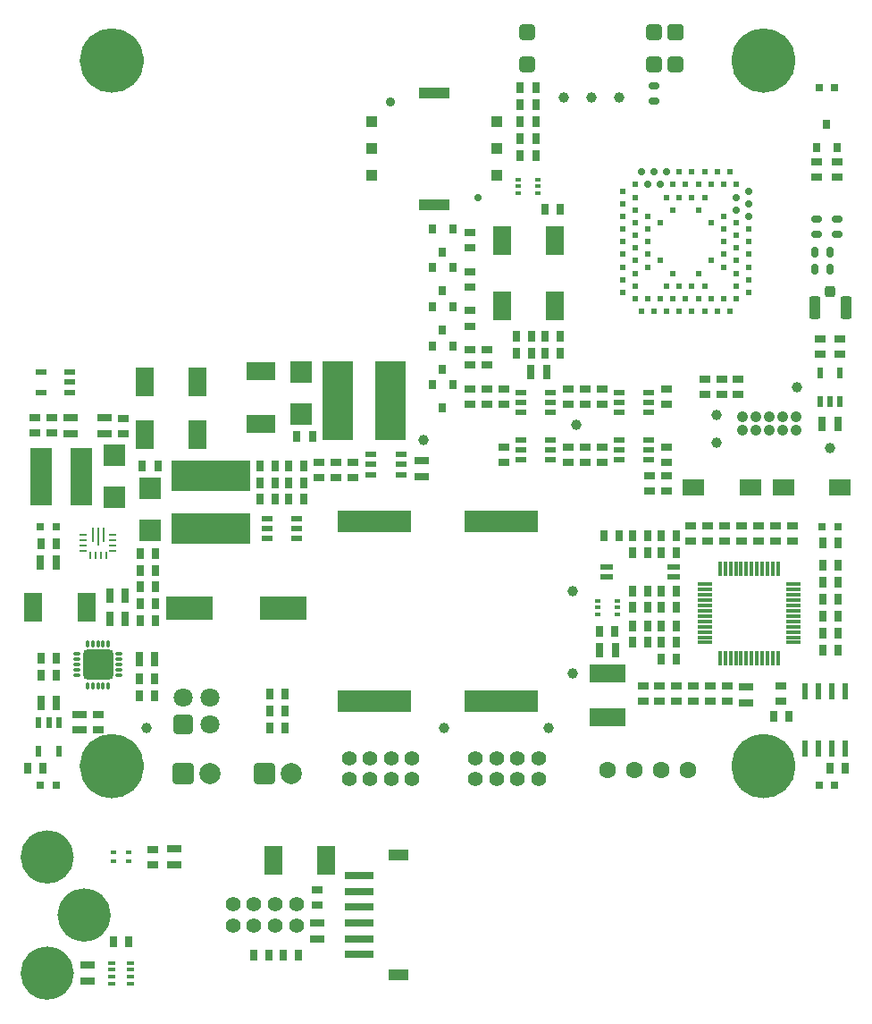
<source format=gbr>
%TF.GenerationSoftware,KiCad,Pcbnew,8.0.2*%
%TF.CreationDate,2024-05-31T14:04:31+07:00*%
%TF.ProjectId,WeatherStation,57656174-6865-4725-9374-6174696f6e2e,rev?*%
%TF.SameCoordinates,Original*%
%TF.FileFunction,Soldermask,Top*%
%TF.FilePolarity,Negative*%
%FSLAX46Y46*%
G04 Gerber Fmt 4.6, Leading zero omitted, Abs format (unit mm)*
G04 Created by KiCad (PCBNEW 8.0.2) date 2024-05-31 14:04:31*
%MOMM*%
%LPD*%
G01*
G04 APERTURE LIST*
G04 Aperture macros list*
%AMRoundRect*
0 Rectangle with rounded corners*
0 $1 Rounding radius*
0 $2 $3 $4 $5 $6 $7 $8 $9 X,Y pos of 4 corners*
0 Add a 4 corners polygon primitive as box body*
4,1,4,$2,$3,$4,$5,$6,$7,$8,$9,$2,$3,0*
0 Add four circle primitives for the rounded corners*
1,1,$1+$1,$2,$3*
1,1,$1+$1,$4,$5*
1,1,$1+$1,$6,$7*
1,1,$1+$1,$8,$9*
0 Add four rect primitives between the rounded corners*
20,1,$1+$1,$2,$3,$4,$5,0*
20,1,$1+$1,$4,$5,$6,$7,0*
20,1,$1+$1,$6,$7,$8,$9,0*
20,1,$1+$1,$8,$9,$2,$3,0*%
G04 Aperture macros list end*
%ADD10C,3.050000*%
%ADD11C,2.505000*%
%ADD12C,0.100000*%
%ADD13R,0.650000X1.000000*%
%ADD14R,0.800000X0.800000*%
%ADD15R,1.000000X0.650000*%
%ADD16R,1.400000X0.800000*%
%ADD17C,1.000000*%
%ADD18R,2.000000X1.600000*%
%ADD19R,0.600000X0.420000*%
%ADD20RoundRect,0.162500X0.337500X-0.162500X0.337500X0.162500X-0.337500X0.162500X-0.337500X-0.162500X0*%
%ADD21R,0.800000X0.900000*%
%ADD22C,0.889000*%
%ADD23C,0.711200*%
%ADD24R,1.092200X0.990600*%
%ADD25R,2.997200X0.990600*%
%ADD26RoundRect,0.062500X0.062500X-0.237500X0.062500X0.237500X-0.062500X0.237500X-0.062500X-0.237500X0*%
%ADD27RoundRect,0.062500X0.237500X0.062500X-0.237500X0.062500X-0.237500X-0.062500X0.237500X-0.062500X0*%
%ADD28RoundRect,0.062500X0.062500X-0.612500X0.062500X0.612500X-0.062500X0.612500X-0.062500X-0.612500X0*%
%ADD29RoundRect,0.062500X0.062500X-0.787500X0.062500X0.787500X-0.062500X0.787500X-0.062500X-0.787500X0*%
%ADD30R,0.500000X0.300000*%
%ADD31R,0.800000X1.400000*%
%ADD32R,2.000000X2.000000*%
%ADD33R,1.100000X0.600000*%
%ADD34R,1.800000X2.700000*%
%ADD35R,2.700000X0.700000*%
%ADD36R,1.900000X1.100000*%
%ADD37R,0.600000X1.050000*%
%ADD38C,1.600000*%
%ADD39R,0.600000X1.550000*%
%ADD40R,1.200000X0.600000*%
%ADD41RoundRect,0.381000X0.381000X0.381000X-0.381000X0.381000X-0.381000X-0.381000X0.381000X-0.381000X0*%
%ADD42RoundRect,0.250000X0.512000X0.512000X-0.512000X0.512000X-0.512000X-0.512000X0.512000X-0.512000X0*%
%ADD43R,0.300000X1.450000*%
%ADD44R,1.450000X0.300000*%
%ADD45RoundRect,0.162500X-0.337500X0.162500X-0.337500X-0.162500X0.337500X-0.162500X0.337500X0.162500X0*%
%ADD46RoundRect,0.150000X-0.150000X-0.150000X0.150000X-0.150000X0.150000X0.150000X-0.150000X0.150000X0*%
%ADD47R,0.600000X0.600000*%
%ADD48R,2.700000X1.800000*%
%ADD49R,0.700000X0.350000*%
%ADD50C,1.400000*%
%ADD51RoundRect,0.250000X0.650000X-0.650000X0.650000X0.650000X-0.650000X0.650000X-0.650000X-0.650000X0*%
%ADD52C,1.800000*%
%ADD53R,2.150000X5.500000*%
%ADD54C,1.050000*%
%ADD55RoundRect,0.162500X-0.162500X-0.337500X0.162500X-0.337500X0.162500X0.337500X-0.162500X0.337500X0*%
%ADD56RoundRect,0.150000X0.250000X-0.000010X0.250000X0.000010X-0.250000X0.000010X-0.250000X-0.000010X0*%
%ADD57RoundRect,0.150000X-0.000010X-0.250000X0.000010X-0.250000X0.000010X0.250000X-0.000010X0.250000X0*%
%ADD58RoundRect,0.280000X-1.120000X-1.120000X1.120000X-1.120000X1.120000X1.120000X-1.120000X1.120000X0*%
%ADD59R,4.400000X2.200000*%
%ADD60RoundRect,0.328084X-0.671916X-0.671916X0.671916X-0.671916X0.671916X0.671916X-0.671916X0.671916X0*%
%ADD61C,2.000000*%
%ADD62R,7.500000X3.000000*%
%ADD63R,3.000000X7.500000*%
%ADD64R,7.000000X2.000000*%
%ADD65R,1.050000X0.600000*%
%ADD66RoundRect,0.250000X0.250000X0.275000X-0.250000X0.275000X-0.250000X-0.275000X0.250000X-0.275000X0*%
%ADD67RoundRect,0.262500X0.262500X0.837500X-0.262500X0.837500X-0.262500X-0.837500X0.262500X-0.837500X0*%
%ADD68R,3.400000X1.700000*%
G04 APERTURE END LIST*
D10*
X263275000Y-33200000D02*
G75*
G02*
X260225000Y-33200000I-1525000J0D01*
G01*
X260225000Y-33200000D02*
G75*
G02*
X263275000Y-33200000I1525000J0D01*
G01*
D11*
X195127500Y-108600000D02*
G75*
G02*
X192622500Y-108600000I-1252500J0D01*
G01*
X192622500Y-108600000D02*
G75*
G02*
X195127500Y-108600000I1252500J0D01*
G01*
D12*
X197275002Y-114000000D02*
X197475002Y-114200000D01*
D11*
X198627501Y-114100000D02*
G75*
G02*
X196122501Y-114100000I-1252500J0D01*
G01*
X196122501Y-114100000D02*
G75*
G02*
X198627501Y-114100000I1252500J0D01*
G01*
D10*
X201525000Y-33200000D02*
G75*
G02*
X198475000Y-33200000I-1525000J0D01*
G01*
X198475000Y-33200000D02*
G75*
G02*
X201525000Y-33200000I1525000J0D01*
G01*
X263275000Y-100000000D02*
G75*
G02*
X260225000Y-100000000I-1525000J0D01*
G01*
X260225000Y-100000000D02*
G75*
G02*
X263275000Y-100000000I1525000J0D01*
G01*
D12*
X193775001Y-108500000D02*
X193975001Y-108700000D01*
D11*
X195127501Y-119600000D02*
G75*
G02*
X192622501Y-119600000I-1252500J0D01*
G01*
X192622501Y-119600000D02*
G75*
G02*
X195127501Y-119600000I1252500J0D01*
G01*
D12*
X193775002Y-119500000D02*
X193975002Y-119700000D01*
D10*
X201525000Y-100000000D02*
G75*
G02*
X198475000Y-100000000I-1525000J0D01*
G01*
X198475000Y-100000000D02*
G75*
G02*
X201525000Y-100000000I1525000J0D01*
G01*
D13*
%TO.C,R22*%
X267349901Y-84200000D03*
X268799901Y-84200000D03*
%TD*%
D14*
%TO.C,D9*%
X268499902Y-101810000D03*
X266999902Y-101810000D03*
%TD*%
D15*
%TO.C,R25*%
X259674901Y-78674999D03*
X259674901Y-77225001D03*
%TD*%
D16*
%TO.C,C64*%
X229325000Y-71089997D03*
X229325000Y-72589997D03*
%TD*%
D15*
%TO.C,C36*%
X261274901Y-78674999D03*
X261274901Y-77225001D03*
%TD*%
D17*
%TO.C,TP5*%
X203324901Y-96350000D03*
%TD*%
D13*
%TO.C,R2*%
X216419998Y-94750000D03*
X214970000Y-94750000D03*
%TD*%
D18*
%TO.C,BT2*%
X255124901Y-73600000D03*
X260524901Y-73600000D03*
%TD*%
D19*
%TO.C,D6*%
X240394997Y-45760000D03*
X240394996Y-45110000D03*
X240394997Y-44460000D03*
X238494997Y-44460000D03*
X238494998Y-45110000D03*
X238494997Y-45760000D03*
%TD*%
D13*
%TO.C,C69*%
X213475001Y-117900001D03*
X214925001Y-117900001D03*
%TD*%
D15*
%TO.C,R43*%
X233944997Y-62034999D03*
X233944997Y-60585001D03*
%TD*%
D20*
%TO.C,C53*%
X268699902Y-48225001D03*
X268699902Y-49674999D03*
%TD*%
D21*
%TO.C,Q3*%
X232294997Y-60210000D03*
X230394282Y-60207811D03*
X231344997Y-62409999D03*
%TD*%
D22*
%TO.C,J5*%
X226395000Y-37150001D03*
D23*
X234694998Y-46150001D03*
D24*
X224645001Y-44090000D03*
X224645001Y-41550000D03*
X224645001Y-39010000D03*
X236444997Y-44090000D03*
X236444997Y-41550000D03*
X236444997Y-39010000D03*
D25*
X230544999Y-36250000D03*
X230544999Y-46850000D03*
%TD*%
D13*
%TO.C,C43*%
X238719997Y-40610000D03*
X240169997Y-40610000D03*
%TD*%
D15*
%TO.C,C35*%
X258074901Y-77225001D03*
X258074901Y-78674999D03*
%TD*%
D17*
%TO.C,TP2*%
X268074901Y-69900000D03*
%TD*%
D16*
%TO.C,C30*%
X260124901Y-92500000D03*
X260124901Y-94000000D03*
%TD*%
D15*
%TO.C,R48*%
X233944997Y-50934999D03*
X233944997Y-49485001D03*
%TD*%
D26*
%TO.C,U2*%
X197949902Y-80060000D03*
X198449902Y-80060000D03*
X198949902Y-80060000D03*
X199449902Y-80060000D03*
D27*
X200099902Y-79635000D03*
X200099902Y-79135001D03*
X200099902Y-78635000D03*
X200099902Y-78135000D03*
D28*
X199199902Y-78135000D03*
D29*
X198699902Y-78310000D03*
D28*
X198199902Y-78135000D03*
D27*
X197299902Y-78135000D03*
X197299902Y-78635000D03*
X197299902Y-79135001D03*
X197299902Y-79635000D03*
%TD*%
D30*
%TO.C,U12*%
X200175000Y-108200001D03*
X200175000Y-109000001D03*
X201575000Y-109000001D03*
X201575000Y-108200001D03*
%TD*%
D31*
%TO.C,C3*%
X199774901Y-83850000D03*
X201274901Y-83850000D03*
%TD*%
D15*
%TO.C,C37*%
X263424901Y-92425001D03*
X263424901Y-93874999D03*
%TD*%
%TO.C,C45*%
X259374901Y-63375001D03*
X259374901Y-64824999D03*
%TD*%
D21*
%TO.C,Q2*%
X232294997Y-56510000D03*
X230394282Y-56507811D03*
X231344997Y-58709999D03*
%TD*%
D13*
%TO.C,C23*%
X250799900Y-79800000D03*
X249349902Y-79800000D03*
%TD*%
%TO.C,C1*%
X214969999Y-96350000D03*
X216419999Y-96350000D03*
%TD*%
D16*
%TO.C,C63*%
X219475002Y-114850000D03*
X219475002Y-116350000D03*
%TD*%
D15*
%TO.C,R32*%
X268699902Y-44234999D03*
X268699902Y-42785001D03*
%TD*%
D32*
%TO.C,D8*%
X217925000Y-62689996D03*
X217925000Y-66689998D03*
%TD*%
D15*
%TO.C,C42*%
X237144997Y-71284999D03*
X237144997Y-69835001D03*
%TD*%
D21*
%TO.C,Q1*%
X266799902Y-41410000D03*
X268700617Y-41412189D03*
X267749902Y-39210000D03*
%TD*%
D17*
%TO.C,TP13*%
X245444997Y-36660000D03*
%TD*%
D16*
%TO.C,C24*%
X196924901Y-96600000D03*
X196924901Y-95100000D03*
%TD*%
D15*
%TO.C,R49*%
X264474901Y-78674999D03*
X264474901Y-77225001D03*
%TD*%
%TO.C,R29*%
X256174901Y-64824999D03*
X256174901Y-63375001D03*
%TD*%
%TO.C,C16*%
X201099902Y-68524999D03*
X201099902Y-67075001D03*
%TD*%
%TO.C,C78*%
X237144997Y-65734999D03*
X237144997Y-64285001D03*
%TD*%
D33*
%TO.C,U16*%
X250894997Y-66510000D03*
X250894996Y-65560000D03*
X250894997Y-64610000D03*
X248094997Y-64610000D03*
X248094998Y-65560000D03*
X248094997Y-66510000D03*
%TD*%
D13*
%TO.C,R11*%
X218199900Y-73150000D03*
X216749902Y-73150000D03*
%TD*%
D17*
%TO.C,TP3*%
X243655000Y-83400000D03*
%TD*%
D13*
%TO.C,C44*%
X240169996Y-42210000D03*
X238719998Y-42210000D03*
%TD*%
D19*
%TO.C,U3*%
X246005000Y-84350000D03*
X246005001Y-85000000D03*
X246005000Y-85650000D03*
X247905000Y-85650000D03*
X247904999Y-85000000D03*
X247905000Y-84350000D03*
%TD*%
D13*
%TO.C,C8*%
X214049902Y-74750000D03*
X215499900Y-74750000D03*
%TD*%
D15*
%TO.C,R34*%
X221225000Y-71214998D03*
X221225000Y-72664996D03*
%TD*%
D31*
%TO.C,FT1*%
X241194997Y-62710000D03*
X239694997Y-62710000D03*
%TD*%
D34*
%TO.C,C65*%
X220275002Y-108900000D03*
X215275002Y-108900000D03*
%TD*%
D15*
%TO.C,C84*%
X262874901Y-78674999D03*
X262874901Y-77225001D03*
%TD*%
D16*
%TO.C,C80*%
X196124901Y-68500000D03*
X196124901Y-67000000D03*
%TD*%
D17*
%TO.C,TP11*%
X257284901Y-66765000D03*
%TD*%
D15*
%TO.C,R31*%
X246444997Y-69835001D03*
X246444997Y-71284999D03*
%TD*%
%TO.C,C66*%
X203875000Y-109324999D03*
X203875000Y-107875001D03*
%TD*%
D13*
%TO.C,R36*%
X216250001Y-117900001D03*
X217700001Y-117900001D03*
%TD*%
D34*
%TO.C,C19*%
X203124901Y-63650000D03*
X208124901Y-63650000D03*
%TD*%
D13*
%TO.C,R6*%
X250799900Y-86700000D03*
X249349902Y-86700000D03*
%TD*%
%TO.C,C31*%
X268799900Y-87400000D03*
X267349902Y-87400000D03*
%TD*%
%TO.C,R26*%
X267349901Y-78900000D03*
X268799901Y-78900000D03*
%TD*%
%TO.C,R50*%
X264149900Y-95300000D03*
X262699902Y-95300000D03*
%TD*%
%TO.C,C32*%
X267349901Y-82600000D03*
X268799901Y-82600000D03*
%TD*%
D21*
%TO.C,Q4*%
X232294997Y-63910000D03*
X230394282Y-63907811D03*
X231344997Y-66109999D03*
%TD*%
D13*
%TO.C,C54*%
X238369998Y-60910000D03*
X239819996Y-60910000D03*
%TD*%
%TO.C,C13*%
X204124901Y-86250000D03*
X202674903Y-86250000D03*
%TD*%
%TO.C,R15*%
X194724901Y-78910000D03*
X193274903Y-78910000D03*
%TD*%
%TO.C,R4*%
X249349901Y-85000000D03*
X250799901Y-85000000D03*
%TD*%
D35*
%TO.C,U11*%
X223425002Y-110350000D03*
X223425002Y-111850000D03*
X223425002Y-113350000D03*
X223425002Y-114850000D03*
X223425002Y-116350000D03*
X223425002Y-117850000D03*
D36*
X227125002Y-119800000D03*
X227125002Y-108400000D03*
%TD*%
D31*
%TO.C,C62*%
X268824901Y-67600000D03*
X267324901Y-67600000D03*
%TD*%
D13*
%TO.C,C27*%
X269479901Y-100200000D03*
X268029903Y-100200000D03*
%TD*%
%TO.C,R24*%
X253499900Y-89900000D03*
X252049902Y-89900000D03*
%TD*%
D21*
%TO.C,Q5*%
X232294997Y-49110000D03*
X230394282Y-49107811D03*
X231344997Y-51309999D03*
%TD*%
D37*
%TO.C,U5*%
X194974901Y-95850000D03*
X194024901Y-95850000D03*
X193074901Y-95850000D03*
X193074901Y-98550000D03*
X194974901Y-98550000D03*
%TD*%
D15*
%TO.C,C76*%
X243244997Y-65734999D03*
X243244997Y-64285001D03*
%TD*%
D13*
%TO.C,R7*%
X218199900Y-74750000D03*
X216749902Y-74750000D03*
%TD*%
D38*
%TO.C,J1*%
X254575000Y-100350000D03*
X252035001Y-100350000D03*
X249494999Y-100350000D03*
X246955000Y-100350000D03*
%TD*%
D33*
%TO.C,U8*%
X250894997Y-71010000D03*
X250894996Y-70060000D03*
X250894997Y-69110000D03*
X248094997Y-69110000D03*
X248094998Y-70060000D03*
X248094997Y-71010000D03*
%TD*%
D15*
%TO.C,C41*%
X252544997Y-71284999D03*
X252544997Y-69835001D03*
%TD*%
D39*
%TO.C,U6*%
X269479901Y-92900000D03*
X268209901Y-92900000D03*
X266946303Y-92903823D03*
X265669901Y-92900000D03*
X265669901Y-98300000D03*
X266939901Y-98300000D03*
X268209901Y-98300000D03*
X269479901Y-98300000D03*
%TD*%
D40*
%TO.C,X1*%
X253224900Y-81150000D03*
X246924902Y-81150000D03*
X246924902Y-82050000D03*
X253224900Y-82050000D03*
%TD*%
D15*
%TO.C,R1*%
X256724901Y-92425001D03*
X256724901Y-93874999D03*
%TD*%
D13*
%TO.C,C51*%
X240169996Y-35810000D03*
X238719998Y-35810000D03*
%TD*%
D17*
%TO.C,TP6*%
X248044997Y-36660000D03*
%TD*%
D15*
%TO.C,R38*%
X250324901Y-93874999D03*
X250324901Y-92425001D03*
%TD*%
%TO.C,R46*%
X235544997Y-65734999D03*
X235544997Y-64285001D03*
%TD*%
D41*
%TO.C,ANT1*%
X253374901Y-33600000D03*
X251374901Y-33600000D03*
X239374901Y-33600000D03*
D42*
X253374901Y-30500000D03*
D41*
X251374901Y-30500000D03*
X239374901Y-30500000D03*
%TD*%
D13*
%TO.C,C33*%
X267349901Y-85800000D03*
X268799901Y-85800000D03*
%TD*%
%TO.C,R5*%
X249349902Y-88300000D03*
X250799900Y-88300000D03*
%TD*%
D32*
%TO.C,D2*%
X203624901Y-77700001D03*
X203624901Y-73699999D03*
%TD*%
D13*
%TO.C,R28*%
X268799900Y-81000000D03*
X267349902Y-81000000D03*
%TD*%
D16*
%TO.C,C67*%
X205875000Y-109350000D03*
X205875000Y-107850000D03*
%TD*%
D43*
%TO.C,U7*%
X257624901Y-89750000D03*
X258124901Y-89750000D03*
X258624902Y-89750000D03*
X259124901Y-89750000D03*
X259624900Y-89750000D03*
X260124901Y-89750000D03*
X260624901Y-89750000D03*
X261124902Y-89750000D03*
X261624901Y-89750000D03*
X262124900Y-89750000D03*
X262624901Y-89750000D03*
X263124901Y-89750000D03*
D44*
X264574901Y-88300000D03*
X264574901Y-87800000D03*
X264574901Y-87299999D03*
X264574901Y-86800000D03*
X264574901Y-86300001D03*
X264574901Y-85800000D03*
X264574901Y-85300000D03*
X264574901Y-84799999D03*
X264574901Y-84300000D03*
X264574901Y-83800001D03*
X264574901Y-83300000D03*
X264574901Y-82800000D03*
D43*
X263124901Y-81350000D03*
X262624901Y-81350000D03*
X262124900Y-81350000D03*
X261624901Y-81350000D03*
X261124902Y-81350000D03*
X260624901Y-81350000D03*
X260124901Y-81350000D03*
X259624900Y-81350000D03*
X259124901Y-81350000D03*
X258624902Y-81350000D03*
X258124901Y-81350000D03*
X257624901Y-81350000D03*
D44*
X256174901Y-82800000D03*
X256174901Y-83300000D03*
X256174901Y-83800001D03*
X256174901Y-84300000D03*
X256174901Y-84799999D03*
X256174901Y-85300000D03*
X256174901Y-85800000D03*
X256174901Y-86300001D03*
X256174901Y-86800000D03*
X256174901Y-87299999D03*
X256174901Y-87800000D03*
X256174901Y-88300000D03*
%TD*%
D34*
%TO.C,C57*%
X236944997Y-56400000D03*
X241944997Y-56400000D03*
%TD*%
D15*
%TO.C,C60*%
X267124901Y-59525001D03*
X267124901Y-60974999D03*
%TD*%
D45*
%TO.C,C59*%
X266799902Y-49674999D03*
X266799902Y-48225001D03*
%TD*%
D46*
%TO.C,MD1*%
X250174901Y-43750000D03*
X251374901Y-43750000D03*
X252574901Y-43750000D03*
D47*
X253774901Y-43750000D03*
X254974901Y-43750000D03*
X256174901Y-43750000D03*
X257374901Y-43750000D03*
X258574901Y-43750000D03*
X250175901Y-56954000D03*
X251374901Y-56950000D03*
X252574901Y-56950000D03*
X253774901Y-56950000D03*
X254974901Y-56950000D03*
X256174901Y-56950000D03*
X257374901Y-56950000D03*
X258574901Y-56950000D03*
X249574901Y-44950000D03*
D46*
X250774901Y-44950000D03*
X251974901Y-44950000D03*
D47*
X253174901Y-44950000D03*
X254374901Y-44950000D03*
X255574901Y-44950000D03*
X256774901Y-44950000D03*
X257974901Y-44950000D03*
X259174901Y-44950000D03*
X248374901Y-45550000D03*
D46*
X260374901Y-45550000D03*
D47*
X249574901Y-46150000D03*
X252574901Y-46150000D03*
X253774901Y-46150000D03*
X254974901Y-46150000D03*
X256174901Y-46150000D03*
D46*
X259174901Y-46150000D03*
D47*
X248374901Y-46750000D03*
D46*
X260374901Y-46750000D03*
D47*
X249574901Y-47350000D03*
X253174901Y-47350000D03*
X255574901Y-47350000D03*
D46*
X259174901Y-47350000D03*
D47*
X248374901Y-47950000D03*
X250774901Y-47950000D03*
X257974901Y-47950000D03*
D46*
X260374901Y-47950000D03*
D47*
X249574901Y-48550000D03*
X251974901Y-48550000D03*
X256774901Y-48550000D03*
X259174901Y-48550000D03*
X248374901Y-49150000D03*
X250774901Y-49150000D03*
X257974901Y-49150000D03*
X260374901Y-49150000D03*
X249574901Y-49750000D03*
X259174901Y-49750000D03*
X248374901Y-50350000D03*
X250774901Y-50350000D03*
X257974901Y-50350000D03*
X260374901Y-50350000D03*
X249574901Y-50950000D03*
X259174901Y-50950000D03*
X248374901Y-51550000D03*
X250774901Y-51550000D03*
X257974901Y-51550000D03*
X260374901Y-51550000D03*
X249574901Y-52150000D03*
X251974901Y-52150000D03*
X256774901Y-52150000D03*
X259174901Y-52150000D03*
X248374901Y-52750000D03*
X250774901Y-52750000D03*
X257974901Y-52750000D03*
X260374901Y-52750000D03*
X249574901Y-53350000D03*
X253174901Y-53350000D03*
X255574901Y-53350000D03*
X259174901Y-53350000D03*
X248374901Y-53950000D03*
X260374901Y-53950000D03*
X249574901Y-54550000D03*
X252574901Y-54550000D03*
X253774901Y-54550000D03*
X254974901Y-54550000D03*
X256174901Y-54550000D03*
X259174901Y-54550000D03*
X248374901Y-55150000D03*
X260374901Y-55150000D03*
X249574901Y-55750000D03*
X250774901Y-55750000D03*
X251974901Y-55750000D03*
X253174901Y-55750000D03*
X254374901Y-55750000D03*
X255574901Y-55750000D03*
X256774901Y-55750000D03*
X257974901Y-55750000D03*
X259174901Y-55750000D03*
%TD*%
D15*
%TO.C,C15*%
X254874901Y-77225001D03*
X254874901Y-78674999D03*
%TD*%
D17*
%TO.C,TP10*%
X241424901Y-96350000D03*
%TD*%
D13*
%TO.C,C9*%
X252049902Y-86700000D03*
X253499900Y-86700000D03*
%TD*%
D14*
%TO.C,D7*%
X268499902Y-35810000D03*
X266999902Y-35810000D03*
%TD*%
D15*
%TO.C,R30*%
X257774901Y-63375001D03*
X257774901Y-64824999D03*
%TD*%
%TO.C,R27*%
X250944997Y-73984999D03*
X250944997Y-72535001D03*
%TD*%
D31*
%TO.C,C14*%
X199774901Y-86050000D03*
X201274901Y-86050000D03*
%TD*%
D13*
%TO.C,C25*%
X194749900Y-89800000D03*
X193299902Y-89800000D03*
%TD*%
D33*
%TO.C,U1*%
X214724901Y-76550000D03*
X214724902Y-77500000D03*
X214724901Y-78450000D03*
X217524901Y-78450000D03*
X217524900Y-77500000D03*
X217524901Y-76550000D03*
%TD*%
D34*
%TO.C,C49*%
X241944997Y-50210000D03*
X236944997Y-50210000D03*
%TD*%
D48*
%TO.C,C72*%
X214125000Y-67589997D03*
X214125000Y-62589997D03*
%TD*%
D15*
%TO.C,R40*%
X256474901Y-77225001D03*
X256474901Y-78674999D03*
%TD*%
D49*
%TO.C,U14*%
X201750000Y-120575002D03*
X201750000Y-119925001D03*
X201750000Y-119275001D03*
X201750000Y-118625000D03*
X200000000Y-118625000D03*
X200000000Y-119275001D03*
X200000000Y-119925001D03*
X200000000Y-120575002D03*
%TD*%
D34*
%TO.C,C26*%
X197574901Y-84950000D03*
X192574901Y-84950000D03*
%TD*%
D13*
%TO.C,C74*%
X200150003Y-116600001D03*
X201600001Y-116600001D03*
%TD*%
D50*
%TO.C,J8*%
X228465000Y-101250000D03*
X228465000Y-99250000D03*
X226465000Y-101250000D03*
X226465000Y-99250000D03*
X224465000Y-101250000D03*
X224465000Y-99250000D03*
X222465000Y-101250000D03*
X222465000Y-99250000D03*
%TD*%
D14*
%TO.C,D4*%
X194749902Y-77310000D03*
X193249902Y-77310000D03*
%TD*%
D51*
%TO.C,J3*%
X206724999Y-96020000D03*
D52*
X206724999Y-93480000D03*
X209264999Y-96020000D03*
X209264999Y-93480000D03*
%TD*%
D18*
%TO.C,BT1*%
X263624901Y-73600000D03*
X269024901Y-73600000D03*
%TD*%
D15*
%TO.C,R41*%
X266799902Y-44234999D03*
X266799902Y-42785001D03*
%TD*%
D13*
%TO.C,R10*%
X204124901Y-84650000D03*
X202674903Y-84650000D03*
%TD*%
D53*
%TO.C,L1*%
X197124903Y-72560000D03*
X193274901Y-72560000D03*
%TD*%
D54*
%TO.C,J4*%
X264814901Y-66965000D03*
X264814901Y-68235000D03*
X263544901Y-66965000D03*
X263544901Y-68235000D03*
X262274901Y-66965000D03*
X262274901Y-68235000D03*
X261004901Y-66965000D03*
X261004901Y-68235000D03*
X259734901Y-66965000D03*
X259734901Y-68235000D03*
%TD*%
D31*
%TO.C,C22*%
X193274901Y-94000000D03*
X194774901Y-94000000D03*
%TD*%
D13*
%TO.C,C70*%
X217550001Y-68789997D03*
X218999999Y-68789997D03*
%TD*%
D55*
%TO.C,L3*%
X268074901Y-51350000D03*
X266624903Y-51350000D03*
%TD*%
D15*
%TO.C,C39*%
X252544997Y-73984999D03*
X252544997Y-72535001D03*
%TD*%
D13*
%TO.C,C12*%
X249349902Y-83400000D03*
X250799900Y-83400000D03*
%TD*%
%TO.C,R13*%
X253499900Y-78200000D03*
X252049902Y-78200000D03*
%TD*%
D33*
%TO.C,U15*%
X241594997Y-66510000D03*
X241594996Y-65560000D03*
X241594997Y-64610000D03*
X238794997Y-64610000D03*
X238794998Y-65560000D03*
X238794997Y-66510000D03*
%TD*%
D13*
%TO.C,R8*%
X204124901Y-81450000D03*
X202674903Y-81450000D03*
%TD*%
D14*
%TO.C,D3*%
X193249902Y-101810000D03*
X194749902Y-101810000D03*
%TD*%
D21*
%TO.C,Q6*%
X232294997Y-52810000D03*
X230394282Y-52807811D03*
X231344997Y-55009999D03*
%TD*%
D13*
%TO.C,R12*%
X215499900Y-73150000D03*
X214049902Y-73150000D03*
%TD*%
%TO.C,C50*%
X241069997Y-59310000D03*
X242519997Y-59310000D03*
%TD*%
D31*
%TO.C,C2*%
X194749902Y-80710000D03*
X193249902Y-80710000D03*
%TD*%
D15*
%TO.C,R44*%
X233944997Y-65734999D03*
X233944997Y-64285001D03*
%TD*%
D13*
%TO.C,R3*%
X214969999Y-93150000D03*
X216419999Y-93150000D03*
%TD*%
D56*
%TO.C,U4*%
X196674901Y-89400000D03*
X196674901Y-89900000D03*
X196674901Y-90400000D03*
X196674901Y-90900000D03*
X196674901Y-91400000D03*
D57*
X197674901Y-92400000D03*
X198174901Y-92400000D03*
X198674901Y-92400000D03*
X199174901Y-92400000D03*
X199674901Y-92400000D03*
D56*
X200674901Y-91400000D03*
X200674901Y-90900000D03*
X200674901Y-90400000D03*
X200674901Y-89900000D03*
X200674901Y-89400000D03*
D57*
X199674901Y-88400000D03*
X199174901Y-88400000D03*
X198674901Y-88400000D03*
X198174901Y-88400000D03*
X197674901Y-88400000D03*
D58*
X198674901Y-90400000D03*
%TD*%
D31*
%TO.C,C7*%
X246205000Y-89050000D03*
X247705000Y-89050000D03*
%TD*%
D15*
%TO.C,C73*%
X251924901Y-92425001D03*
X251924901Y-93874999D03*
%TD*%
%TO.C,R45*%
X235544997Y-62034999D03*
X235544997Y-60585001D03*
%TD*%
D13*
%TO.C,C17*%
X204349900Y-71550000D03*
X202899902Y-71550000D03*
%TD*%
%TO.C,R20*%
X250799900Y-78200000D03*
X249349902Y-78200000D03*
%TD*%
%TO.C,R9*%
X204124901Y-83050000D03*
X202674903Y-83050000D03*
%TD*%
D59*
%TO.C,C5*%
X207375000Y-85039997D03*
X216275000Y-85039997D03*
%TD*%
D13*
%TO.C,C81*%
X192024902Y-100210000D03*
X193474902Y-100210000D03*
%TD*%
D15*
%TO.C,C71*%
X255124901Y-92425001D03*
X255124901Y-93874999D03*
%TD*%
%TO.C,C83*%
X194324901Y-68474999D03*
X194324901Y-67025001D03*
%TD*%
D13*
%TO.C,C48*%
X242519996Y-47310000D03*
X241069998Y-47310000D03*
%TD*%
D16*
%TO.C,C18*%
X199299902Y-68550000D03*
X199299902Y-67050000D03*
%TD*%
D13*
%TO.C,R19*%
X246649901Y-78200000D03*
X248099901Y-78200000D03*
%TD*%
D15*
%TO.C,C68*%
X219625000Y-71214998D03*
X219625000Y-72664996D03*
%TD*%
D60*
%TO.C,J2*%
X214424998Y-100750000D03*
D61*
X216965000Y-100750000D03*
%TD*%
D17*
%TO.C,TP8*%
X244044997Y-67660000D03*
%TD*%
D13*
%TO.C,C10*%
X204124901Y-79850000D03*
X202674903Y-79850000D03*
%TD*%
%TO.C,C40*%
X238719997Y-37410000D03*
X240169997Y-37410000D03*
%TD*%
D16*
%TO.C,C75*%
X197675000Y-120350001D03*
X197675000Y-118850001D03*
%TD*%
D62*
%TO.C,L2*%
X209374901Y-72550000D03*
X209374901Y-77550000D03*
%TD*%
D13*
%TO.C,C6*%
X246230001Y-87250000D03*
X247679999Y-87250000D03*
%TD*%
%TO.C,C58*%
X215499900Y-71550000D03*
X214049902Y-71550000D03*
%TD*%
D63*
%TO.C,L4*%
X226425000Y-65439997D03*
X221425000Y-65439997D03*
%TD*%
D32*
%TO.C,D1*%
X200199902Y-74560001D03*
X200199902Y-70559999D03*
%TD*%
D17*
%TO.C,TP7*%
X229525000Y-69089997D03*
%TD*%
D13*
%TO.C,C29*%
X253499900Y-83400000D03*
X252049902Y-83400000D03*
%TD*%
%TO.C,R17*%
X202599901Y-93300000D03*
X204049901Y-93300000D03*
%TD*%
D64*
%TO.C,MD2*%
X236875000Y-93850000D03*
X236875000Y-76850000D03*
X224875000Y-76850000D03*
X224875000Y-93850000D03*
%TD*%
D15*
%TO.C,R33*%
X219475002Y-113124999D03*
X219475002Y-111675001D03*
%TD*%
D13*
%TO.C,C28*%
X253499900Y-79800000D03*
X252049902Y-79800000D03*
%TD*%
D15*
%TO.C,R47*%
X233944997Y-54634998D03*
X233944997Y-53185000D03*
%TD*%
D13*
%TO.C,C34*%
X252049902Y-85000000D03*
X253499900Y-85000000D03*
%TD*%
D15*
%TO.C,R35*%
X222825000Y-72664996D03*
X222825000Y-71214998D03*
%TD*%
%TO.C,C61*%
X269024901Y-60974999D03*
X269024901Y-59525001D03*
%TD*%
D13*
%TO.C,C11*%
X218199900Y-71550000D03*
X216749902Y-71550000D03*
%TD*%
D65*
%TO.C,U17*%
X196024901Y-64600000D03*
X196024901Y-63650000D03*
X196024901Y-62700000D03*
X193324901Y-62700000D03*
X193324901Y-64600000D03*
%TD*%
D33*
%TO.C,U13*%
X224575000Y-70489997D03*
X224575001Y-71439997D03*
X224575000Y-72389997D03*
X227375000Y-72389997D03*
X227374999Y-71439997D03*
X227375000Y-70489997D03*
%TD*%
D15*
%TO.C,R37*%
X253524901Y-93874999D03*
X253524901Y-92425001D03*
%TD*%
D13*
%TO.C,C38*%
X238719997Y-39010000D03*
X240169997Y-39010000D03*
%TD*%
D15*
%TO.C,C79*%
X252544997Y-65734999D03*
X252544997Y-64285001D03*
%TD*%
D17*
%TO.C,TP9*%
X264924901Y-64100000D03*
%TD*%
D15*
%TO.C,R42*%
X233944997Y-58334999D03*
X233944997Y-56885001D03*
%TD*%
D66*
%TO.C,ANT2*%
X268074901Y-55075000D03*
D67*
X269549902Y-56600000D03*
X266599900Y-56600000D03*
%TD*%
D17*
%TO.C,TP14*%
X242844997Y-36660000D03*
%TD*%
D15*
%TO.C,C4*%
X258324901Y-92425001D03*
X258324901Y-93874999D03*
%TD*%
%TO.C,C82*%
X192724901Y-67025001D03*
X192724901Y-68474999D03*
%TD*%
D34*
%TO.C,C20*%
X208124901Y-68650000D03*
X203124901Y-68650000D03*
%TD*%
D15*
%TO.C,C77*%
X244844997Y-65734999D03*
X244844997Y-64285001D03*
%TD*%
D17*
%TO.C,TP4*%
X231474901Y-96350000D03*
%TD*%
D31*
%TO.C,C21*%
X202574901Y-89900000D03*
X204074901Y-89900000D03*
%TD*%
D17*
%TO.C,TP12*%
X257284901Y-69365000D03*
%TD*%
D15*
%TO.C,C47*%
X243244997Y-71284999D03*
X243244997Y-69835001D03*
%TD*%
%TO.C,C46*%
X244844997Y-71284999D03*
X244844997Y-69835001D03*
%TD*%
D45*
%TO.C,Z1*%
X251374901Y-37074999D03*
X251374901Y-35625001D03*
%TD*%
D13*
%TO.C,R23*%
X253499900Y-88300000D03*
X252049902Y-88300000D03*
%TD*%
D17*
%TO.C,TP1*%
X243655000Y-91200000D03*
%TD*%
D37*
%TO.C,U10*%
X267124901Y-65450000D03*
X268074901Y-65450000D03*
X269024901Y-65450000D03*
X269024901Y-62750000D03*
X267124901Y-62750000D03*
%TD*%
D13*
%TO.C,R16*%
X202599901Y-91700000D03*
X204049901Y-91700000D03*
%TD*%
D50*
%TO.C,J7*%
X240465000Y-101250000D03*
X240465000Y-99250000D03*
X238465000Y-101250000D03*
X238465000Y-99250000D03*
X236465000Y-101250000D03*
X236465000Y-99250000D03*
X234465000Y-101250000D03*
X234465000Y-99250000D03*
%TD*%
D13*
%TO.C,R18*%
X194749900Y-91400000D03*
X193299902Y-91400000D03*
%TD*%
D68*
%TO.C,F1*%
X246955000Y-95400000D03*
X246955000Y-91200000D03*
%TD*%
D14*
%TO.C,D5*%
X268824901Y-77300000D03*
X267324901Y-77300000D03*
%TD*%
D33*
%TO.C,U9*%
X241594997Y-71010000D03*
X241594996Y-70060000D03*
X241594997Y-69110000D03*
X238794997Y-69110000D03*
X238794998Y-70060000D03*
X238794997Y-71010000D03*
%TD*%
D13*
%TO.C,R21*%
X268799900Y-89000000D03*
X267349902Y-89000000D03*
%TD*%
%TO.C,C55*%
X239819996Y-59310000D03*
X238369998Y-59310000D03*
%TD*%
D55*
%TO.C,C56*%
X268074901Y-52950000D03*
X266624903Y-52950000D03*
%TD*%
D13*
%TO.C,C52*%
X242519996Y-60910000D03*
X241069998Y-60910000D03*
%TD*%
D15*
%TO.C,R14*%
X198724901Y-96574999D03*
X198724901Y-95125001D03*
%TD*%
%TO.C,R39*%
X246444997Y-64285001D03*
X246444997Y-65734999D03*
%TD*%
D60*
%TO.C,BAT1*%
X206724998Y-100750000D03*
D61*
X209265000Y-100750000D03*
%TD*%
D50*
%TO.C,J6*%
X217475001Y-113100001D03*
X217475001Y-115100001D03*
X215475001Y-113100001D03*
X215475001Y-115100001D03*
X213475001Y-113100001D03*
X213475001Y-115100001D03*
X211475001Y-113100001D03*
X211475001Y-115100001D03*
%TD*%
M02*

</source>
